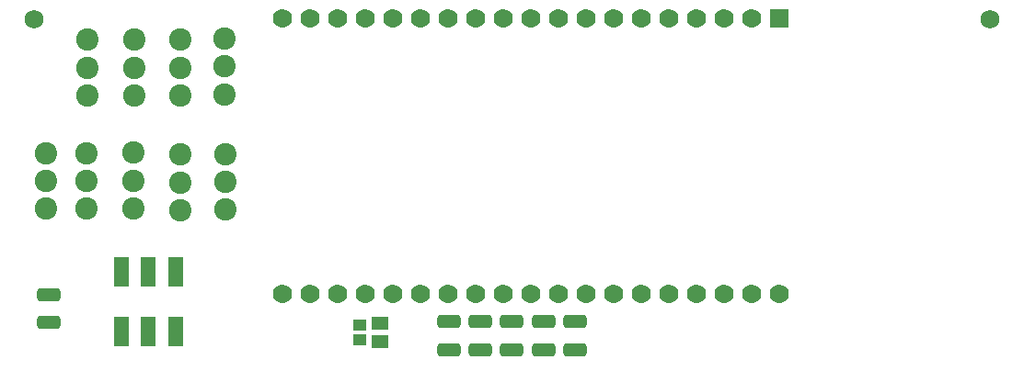
<source format=gts>
G04*
G04 #@! TF.GenerationSoftware,Altium Limited,Altium Designer,22.5.1 (42)*
G04*
G04 Layer_Color=8388736*
%FSLAX44Y44*%
%MOMM*%
G71*
G04*
G04 #@! TF.SameCoordinates,CACD2641-2831-44B8-A32A-C0E418E96BB6*
G04*
G04*
G04 #@! TF.FilePolarity,Negative*
G04*
G01*
G75*
%ADD19R,1.4032X2.7032*%
%ADD20R,1.2032X1.1032*%
G04:AMPARAMS|DCode=21|XSize=1.2032mm|YSize=2.2032mm|CornerRadius=0.3516mm|HoleSize=0mm|Usage=FLASHONLY|Rotation=270.000|XOffset=0mm|YOffset=0mm|HoleType=Round|Shape=RoundedRectangle|*
%AMROUNDEDRECTD21*
21,1,1.2032,1.5000,0,0,270.0*
21,1,0.5000,2.2032,0,0,270.0*
1,1,0.7032,-0.7500,-0.2500*
1,1,0.7032,-0.7500,0.2500*
1,1,0.7032,0.7500,0.2500*
1,1,0.7032,0.7500,-0.2500*
%
%ADD21ROUNDEDRECTD21*%
%ADD22R,1.6032X1.2032*%
%ADD23C,2.0632*%
%ADD24R,1.7632X1.7632*%
%ADD25C,1.7632*%
%ADD26C,1.7272*%
D19*
X593490Y610040D02*
D03*
X618490D02*
D03*
X643490D02*
D03*
Y665040D02*
D03*
X618490D02*
D03*
X593490D02*
D03*
D20*
X812751Y616100D02*
D03*
Y603100D02*
D03*
D21*
X1010935Y593467D02*
D03*
X1010920Y619347D02*
D03*
X982042Y593467D02*
D03*
X982028Y619347D02*
D03*
X953135D02*
D03*
X953150Y593467D02*
D03*
X924242Y619347D02*
D03*
X924258Y593467D02*
D03*
X895350Y619347D02*
D03*
X895365Y593467D02*
D03*
X527050Y618490D02*
D03*
X527035Y644370D02*
D03*
D22*
X831930Y601100D02*
D03*
Y618100D02*
D03*
D23*
X604520Y775200D02*
D03*
Y749550D02*
D03*
Y723900D02*
D03*
X561340Y774950D02*
D03*
Y723650D02*
D03*
Y749300D02*
D03*
X524510Y774950D02*
D03*
Y723650D02*
D03*
Y749300D02*
D03*
X688340Y829060D02*
D03*
Y880360D02*
D03*
Y854710D02*
D03*
X689610Y773930D02*
D03*
Y748280D02*
D03*
Y722630D02*
D03*
X647700Y773510D02*
D03*
Y747860D02*
D03*
Y722210D02*
D03*
Y828040D02*
D03*
Y879340D02*
D03*
Y853690D02*
D03*
X605790Y828040D02*
D03*
Y853690D02*
D03*
Y879340D02*
D03*
X562610Y828040D02*
D03*
Y853690D02*
D03*
Y879340D02*
D03*
D24*
X1198880Y899160D02*
D03*
D25*
X1173480D02*
D03*
X741680D02*
D03*
X1148080D02*
D03*
X1122680D02*
D03*
X1097280D02*
D03*
X1071880D02*
D03*
X1046480D02*
D03*
X1021080D02*
D03*
X995680D02*
D03*
X970280D02*
D03*
X944880D02*
D03*
X919480D02*
D03*
X894080D02*
D03*
X868680D02*
D03*
X843280D02*
D03*
X817880D02*
D03*
X792480D02*
D03*
X767080D02*
D03*
X1198880Y645160D02*
D03*
X1173480D02*
D03*
X1148080D02*
D03*
X1122680D02*
D03*
X1097280D02*
D03*
X1071880D02*
D03*
X1046480D02*
D03*
X1021080D02*
D03*
X995680D02*
D03*
X970280D02*
D03*
X944880D02*
D03*
X919480D02*
D03*
X894080D02*
D03*
X868680D02*
D03*
X843280D02*
D03*
X817880D02*
D03*
X792480D02*
D03*
X767080D02*
D03*
X741680D02*
D03*
D26*
X1393190Y897890D02*
D03*
X513080D02*
D03*
M02*

</source>
